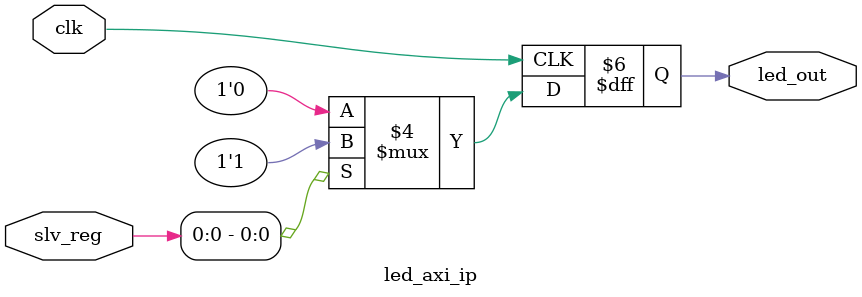
<source format=v>
`timescale 1ns / 1ps


module led_axi_ip(
        input wire [31:0] slv_reg,
        input wire clk,
        output reg led_out
    );

    // CHANGES TO MY CODE

    always @(posedge clk) begin
        if(slv_reg[0] == 1) begin
            led_out <= 1;
        end else begin
            led_out <= 0;
        end
    end

endmodule

</source>
